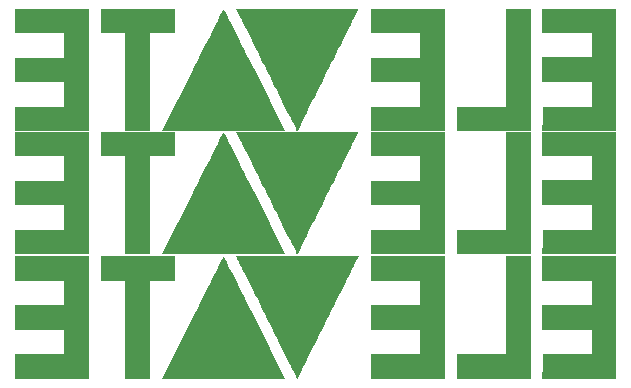
<source format=gbr>
%TF.GenerationSoftware,KiCad,Pcbnew,(7.0.0)*%
%TF.CreationDate,2023-03-07T20:41:21-05:00*%
%TF.ProjectId,Power Distribution Board,506f7765-7220-4446-9973-747269627574,rev?*%
%TF.SameCoordinates,Original*%
%TF.FileFunction,Legend,Bot*%
%TF.FilePolarity,Positive*%
%FSLAX46Y46*%
G04 Gerber Fmt 4.6, Leading zero omitted, Abs format (unit mm)*
G04 Created by KiCad (PCBNEW (7.0.0)) date 2023-03-07 20:41:21*
%MOMM*%
%LPD*%
G01*
G04 APERTURE LIST*
G04 APERTURE END LIST*
%TO.C,G\u002A\u002A\u002A*%
G36*
X165667135Y-84254234D02*
G01*
X165667135Y-89442424D01*
X162544386Y-89442424D01*
X159421637Y-89442424D01*
X159421637Y-88397409D01*
X159421637Y-87352395D01*
X161487077Y-87352395D01*
X163552518Y-87352395D01*
X163552518Y-83209220D01*
X163552518Y-79066045D01*
X164609826Y-79066045D01*
X165667135Y-79066045D01*
X165667135Y-84254234D01*
G37*
G36*
X135546128Y-80111059D02*
G01*
X135546128Y-81156074D01*
X134501114Y-81156074D01*
X133456099Y-81156074D01*
X133456099Y-85299249D01*
X133456099Y-89442424D01*
X132411085Y-89442424D01*
X131366070Y-89442424D01*
X131366070Y-85299249D01*
X131366070Y-81156074D01*
X130333350Y-81156074D01*
X129300630Y-81156074D01*
X129300630Y-80111059D01*
X129300630Y-79066045D01*
X132423379Y-79066045D01*
X135546128Y-79066045D01*
X135546128Y-80111059D01*
G37*
G36*
X172920765Y-84254234D02*
G01*
X172920765Y-89442424D01*
X169797749Y-89442424D01*
X166674733Y-89442424D01*
X166681147Y-88403557D01*
X166687561Y-87364689D01*
X168759149Y-87358402D01*
X170830736Y-87352116D01*
X170830736Y-86331829D01*
X170830736Y-85311543D01*
X168753002Y-85311543D01*
X166675267Y-85311543D01*
X166675267Y-84254234D01*
X166675267Y-83196925D01*
X168753002Y-83196925D01*
X170830736Y-83196925D01*
X170830736Y-82176499D01*
X170830736Y-81156074D01*
X168753002Y-81156074D01*
X166675267Y-81156074D01*
X166675267Y-80111059D01*
X166675267Y-79066045D01*
X169798016Y-79066045D01*
X172920765Y-79066045D01*
X172920765Y-84254234D01*
G37*
G36*
X158388916Y-84254234D02*
G01*
X158388916Y-89442424D01*
X155265900Y-89442424D01*
X152142884Y-89442424D01*
X152149298Y-88403557D01*
X152155712Y-87364689D01*
X154227300Y-87358402D01*
X156298887Y-87352116D01*
X156298887Y-86319535D01*
X156298887Y-85286954D01*
X154221153Y-85286954D01*
X152143418Y-85286954D01*
X152143418Y-84254234D01*
X152143418Y-83221514D01*
X154221153Y-83221514D01*
X156298887Y-83221514D01*
X156298887Y-82188794D01*
X156298887Y-81156074D01*
X154221153Y-81156074D01*
X152143418Y-81156074D01*
X152143418Y-80111059D01*
X152143418Y-79066045D01*
X155266167Y-79066045D01*
X158388916Y-79066045D01*
X158388916Y-84254234D01*
G37*
G36*
X128267910Y-84254234D02*
G01*
X128267910Y-89442424D01*
X125144893Y-89442424D01*
X122021877Y-89442424D01*
X122028291Y-88403557D01*
X122034705Y-87364689D01*
X124106294Y-87364689D01*
X126177883Y-87364689D01*
X126177882Y-86325822D01*
X126177881Y-85286954D01*
X124100146Y-85286954D01*
X122022411Y-85286954D01*
X122022411Y-84254234D01*
X122022411Y-83221514D01*
X124100146Y-83221514D01*
X126177881Y-83221514D01*
X126177881Y-82188794D01*
X126177881Y-81156074D01*
X124100146Y-81156074D01*
X122022411Y-81156074D01*
X122022411Y-80111059D01*
X122022411Y-79066045D01*
X125145160Y-79066045D01*
X128267910Y-79066045D01*
X128267910Y-84254234D01*
G37*
G36*
X139711539Y-79108386D02*
G01*
X139740947Y-79166297D01*
X139790632Y-79264730D01*
X139859622Y-79401745D01*
X139946943Y-79575403D01*
X140051622Y-79783765D01*
X140172688Y-80024890D01*
X140309166Y-80296840D01*
X140460084Y-80597675D01*
X140624470Y-80925454D01*
X140801350Y-81278239D01*
X140989751Y-81654091D01*
X141188702Y-82051069D01*
X141397228Y-82467233D01*
X141614357Y-82900645D01*
X141839117Y-83349365D01*
X142070535Y-83811453D01*
X142307637Y-84284970D01*
X144889896Y-89442424D01*
X139689346Y-89442424D01*
X134488796Y-89442424D01*
X137085009Y-84250044D01*
X137202199Y-84015699D01*
X137502815Y-83414871D01*
X137782184Y-82857006D01*
X138040719Y-82341291D01*
X138278831Y-81866915D01*
X138496932Y-81433067D01*
X138695435Y-81038934D01*
X138874752Y-80683705D01*
X139035293Y-80366569D01*
X139177472Y-80086713D01*
X139301701Y-79843327D01*
X139408392Y-79635599D01*
X139497955Y-79462717D01*
X139570805Y-79323869D01*
X139627352Y-79218244D01*
X139668009Y-79145030D01*
X139693187Y-79103416D01*
X139703300Y-79092590D01*
X139711539Y-79108386D01*
G37*
G36*
X146363127Y-79066093D02*
G01*
X146853043Y-79066264D01*
X147327776Y-79066551D01*
X147785059Y-79066950D01*
X148222627Y-79067454D01*
X148638213Y-79068057D01*
X149029551Y-79068754D01*
X149394374Y-79069538D01*
X149730417Y-79070403D01*
X150035412Y-79071345D01*
X150307095Y-79072356D01*
X150543197Y-79073431D01*
X150741454Y-79074564D01*
X150899599Y-79075749D01*
X151015365Y-79076980D01*
X151086487Y-79078251D01*
X151110698Y-79079557D01*
X151108821Y-79083961D01*
X151089209Y-79124664D01*
X151049217Y-79206008D01*
X150990019Y-79325643D01*
X150912789Y-79481222D01*
X150818704Y-79670398D01*
X150708938Y-79890820D01*
X150584667Y-80140143D01*
X150447064Y-80416018D01*
X150297306Y-80716097D01*
X150136568Y-81038031D01*
X149966024Y-81379474D01*
X149786849Y-81738076D01*
X149600220Y-82111491D01*
X149407309Y-82497369D01*
X149209294Y-82893364D01*
X149007348Y-83297126D01*
X148802648Y-83706309D01*
X148596367Y-84118564D01*
X148389681Y-84531543D01*
X148183765Y-84942898D01*
X147979794Y-85350281D01*
X147778943Y-85751344D01*
X147582388Y-86143739D01*
X147391303Y-86525119D01*
X147206863Y-86893135D01*
X147030243Y-87245439D01*
X146862619Y-87579683D01*
X146705165Y-87893520D01*
X146559057Y-88184600D01*
X146425470Y-88450577D01*
X146305578Y-88689103D01*
X146200557Y-88897828D01*
X146111582Y-89074406D01*
X146039827Y-89216489D01*
X145986469Y-89321728D01*
X145952681Y-89387775D01*
X145939639Y-89412282D01*
X145927003Y-89426848D01*
X145909889Y-89436871D01*
X145906558Y-89430792D01*
X145883986Y-89386794D01*
X145841223Y-89302345D01*
X145779442Y-89179792D01*
X145699815Y-89021479D01*
X145603515Y-88829751D01*
X145491713Y-88606953D01*
X145365583Y-88355431D01*
X145226297Y-88077529D01*
X145075028Y-87775593D01*
X144912947Y-87451967D01*
X144741227Y-87108998D01*
X144561041Y-86749029D01*
X144373560Y-86374406D01*
X144179959Y-85987474D01*
X143981408Y-85590579D01*
X143779081Y-85186064D01*
X143574149Y-84776276D01*
X143367786Y-84363560D01*
X143161163Y-83950260D01*
X142955453Y-83538721D01*
X142751829Y-83131289D01*
X142551463Y-82730309D01*
X142355527Y-82338126D01*
X142165195Y-81957085D01*
X141981637Y-81589531D01*
X141806027Y-81237809D01*
X141639537Y-80904264D01*
X141483340Y-80591242D01*
X141338608Y-80301087D01*
X141206513Y-80036144D01*
X141088229Y-79798760D01*
X140984926Y-79591278D01*
X140897778Y-79416043D01*
X140827958Y-79275402D01*
X140776637Y-79171698D01*
X140744988Y-79107278D01*
X140734184Y-79084486D01*
X140752871Y-79082920D01*
X140818379Y-79081178D01*
X140928809Y-79079491D01*
X141081895Y-79077866D01*
X141275371Y-79076310D01*
X141506969Y-79074833D01*
X141774425Y-79073442D01*
X142075471Y-79072145D01*
X142407841Y-79070951D01*
X142769268Y-79069867D01*
X143157487Y-79068901D01*
X143570232Y-79068062D01*
X144005235Y-79067357D01*
X144460230Y-79066795D01*
X144932952Y-79066383D01*
X145421133Y-79066131D01*
X145922508Y-79066045D01*
X146363127Y-79066093D01*
G37*
G36*
X165667135Y-73713234D02*
G01*
X165667135Y-78901424D01*
X162544386Y-78901424D01*
X159421637Y-78901424D01*
X159421637Y-77856409D01*
X159421637Y-76811395D01*
X161487077Y-76811395D01*
X163552518Y-76811395D01*
X163552518Y-72668220D01*
X163552518Y-68525045D01*
X164609826Y-68525045D01*
X165667135Y-68525045D01*
X165667135Y-73713234D01*
G37*
G36*
X135546128Y-69570059D02*
G01*
X135546128Y-70615074D01*
X134501114Y-70615074D01*
X133456099Y-70615074D01*
X133456099Y-74758249D01*
X133456099Y-78901424D01*
X132411085Y-78901424D01*
X131366070Y-78901424D01*
X131366070Y-74758249D01*
X131366070Y-70615074D01*
X130333350Y-70615074D01*
X129300630Y-70615074D01*
X129300630Y-69570059D01*
X129300630Y-68525045D01*
X132423379Y-68525045D01*
X135546128Y-68525045D01*
X135546128Y-69570059D01*
G37*
G36*
X172920765Y-73713234D02*
G01*
X172920765Y-78901424D01*
X169797749Y-78901424D01*
X166674733Y-78901424D01*
X166681147Y-77862557D01*
X166687561Y-76823689D01*
X168759149Y-76817402D01*
X170830736Y-76811116D01*
X170830736Y-75790829D01*
X170830736Y-74770543D01*
X168753002Y-74770543D01*
X166675267Y-74770543D01*
X166675267Y-73713234D01*
X166675267Y-72655925D01*
X168753002Y-72655925D01*
X170830736Y-72655925D01*
X170830736Y-71635499D01*
X170830736Y-70615074D01*
X168753002Y-70615074D01*
X166675267Y-70615074D01*
X166675267Y-69570059D01*
X166675267Y-68525045D01*
X169798016Y-68525045D01*
X172920765Y-68525045D01*
X172920765Y-73713234D01*
G37*
G36*
X158388916Y-73713234D02*
G01*
X158388916Y-78901424D01*
X155265900Y-78901424D01*
X152142884Y-78901424D01*
X152149298Y-77862557D01*
X152155712Y-76823689D01*
X154227300Y-76817402D01*
X156298887Y-76811116D01*
X156298887Y-75778535D01*
X156298887Y-74745954D01*
X154221153Y-74745954D01*
X152143418Y-74745954D01*
X152143418Y-73713234D01*
X152143418Y-72680514D01*
X154221153Y-72680514D01*
X156298887Y-72680514D01*
X156298887Y-71647794D01*
X156298887Y-70615074D01*
X154221153Y-70615074D01*
X152143418Y-70615074D01*
X152143418Y-69570059D01*
X152143418Y-68525045D01*
X155266167Y-68525045D01*
X158388916Y-68525045D01*
X158388916Y-73713234D01*
G37*
G36*
X128267910Y-73713234D02*
G01*
X128267910Y-78901424D01*
X125144893Y-78901424D01*
X122021877Y-78901424D01*
X122028291Y-77862557D01*
X122034705Y-76823689D01*
X124106294Y-76823689D01*
X126177883Y-76823689D01*
X126177882Y-75784822D01*
X126177881Y-74745954D01*
X124100146Y-74745954D01*
X122022411Y-74745954D01*
X122022411Y-73713234D01*
X122022411Y-72680514D01*
X124100146Y-72680514D01*
X126177881Y-72680514D01*
X126177881Y-71647794D01*
X126177881Y-70615074D01*
X124100146Y-70615074D01*
X122022411Y-70615074D01*
X122022411Y-69570059D01*
X122022411Y-68525045D01*
X125145160Y-68525045D01*
X128267910Y-68525045D01*
X128267910Y-73713234D01*
G37*
G36*
X139711539Y-68567386D02*
G01*
X139740947Y-68625297D01*
X139790632Y-68723730D01*
X139859622Y-68860745D01*
X139946943Y-69034403D01*
X140051622Y-69242765D01*
X140172688Y-69483890D01*
X140309166Y-69755840D01*
X140460084Y-70056675D01*
X140624470Y-70384454D01*
X140801350Y-70737239D01*
X140989751Y-71113091D01*
X141188702Y-71510069D01*
X141397228Y-71926233D01*
X141614357Y-72359645D01*
X141839117Y-72808365D01*
X142070535Y-73270453D01*
X142307637Y-73743970D01*
X144889896Y-78901424D01*
X139689346Y-78901424D01*
X134488796Y-78901424D01*
X137085009Y-73709044D01*
X137202199Y-73474699D01*
X137502815Y-72873871D01*
X137782184Y-72316006D01*
X138040719Y-71800291D01*
X138278831Y-71325915D01*
X138496932Y-70892067D01*
X138695435Y-70497934D01*
X138874752Y-70142705D01*
X139035293Y-69825569D01*
X139177472Y-69545713D01*
X139301701Y-69302327D01*
X139408392Y-69094599D01*
X139497955Y-68921717D01*
X139570805Y-68782869D01*
X139627352Y-68677244D01*
X139668009Y-68604030D01*
X139693187Y-68562416D01*
X139703300Y-68551590D01*
X139711539Y-68567386D01*
G37*
G36*
X146363127Y-68525093D02*
G01*
X146853043Y-68525264D01*
X147327776Y-68525551D01*
X147785059Y-68525950D01*
X148222627Y-68526454D01*
X148638213Y-68527057D01*
X149029551Y-68527754D01*
X149394374Y-68528538D01*
X149730417Y-68529403D01*
X150035412Y-68530345D01*
X150307095Y-68531356D01*
X150543197Y-68532431D01*
X150741454Y-68533564D01*
X150899599Y-68534749D01*
X151015365Y-68535980D01*
X151086487Y-68537251D01*
X151110698Y-68538557D01*
X151108821Y-68542961D01*
X151089209Y-68583664D01*
X151049217Y-68665008D01*
X150990019Y-68784643D01*
X150912789Y-68940222D01*
X150818704Y-69129398D01*
X150708938Y-69349820D01*
X150584667Y-69599143D01*
X150447064Y-69875018D01*
X150297306Y-70175097D01*
X150136568Y-70497031D01*
X149966024Y-70838474D01*
X149786849Y-71197076D01*
X149600220Y-71570491D01*
X149407309Y-71956369D01*
X149209294Y-72352364D01*
X149007348Y-72756126D01*
X148802648Y-73165309D01*
X148596367Y-73577564D01*
X148389681Y-73990543D01*
X148183765Y-74401898D01*
X147979794Y-74809281D01*
X147778943Y-75210344D01*
X147582388Y-75602739D01*
X147391303Y-75984119D01*
X147206863Y-76352135D01*
X147030243Y-76704439D01*
X146862619Y-77038683D01*
X146705165Y-77352520D01*
X146559057Y-77643600D01*
X146425470Y-77909577D01*
X146305578Y-78148103D01*
X146200557Y-78356828D01*
X146111582Y-78533406D01*
X146039827Y-78675489D01*
X145986469Y-78780728D01*
X145952681Y-78846775D01*
X145939639Y-78871282D01*
X145927003Y-78885848D01*
X145909889Y-78895871D01*
X145906558Y-78889792D01*
X145883986Y-78845794D01*
X145841223Y-78761345D01*
X145779442Y-78638792D01*
X145699815Y-78480479D01*
X145603515Y-78288751D01*
X145491713Y-78065953D01*
X145365583Y-77814431D01*
X145226297Y-77536529D01*
X145075028Y-77234593D01*
X144912947Y-76910967D01*
X144741227Y-76567998D01*
X144561041Y-76208029D01*
X144373560Y-75833406D01*
X144179959Y-75446474D01*
X143981408Y-75049579D01*
X143779081Y-74645064D01*
X143574149Y-74235276D01*
X143367786Y-73822560D01*
X143161163Y-73409260D01*
X142955453Y-72997721D01*
X142751829Y-72590289D01*
X142551463Y-72189309D01*
X142355527Y-71797126D01*
X142165195Y-71416085D01*
X141981637Y-71048531D01*
X141806027Y-70696809D01*
X141639537Y-70363264D01*
X141483340Y-70050242D01*
X141338608Y-69760087D01*
X141206513Y-69495144D01*
X141088229Y-69257760D01*
X140984926Y-69050278D01*
X140897778Y-68875043D01*
X140827958Y-68734402D01*
X140776637Y-68630698D01*
X140744988Y-68566278D01*
X140734184Y-68543486D01*
X140752871Y-68541920D01*
X140818379Y-68540178D01*
X140928809Y-68538491D01*
X141081895Y-68536866D01*
X141275371Y-68535310D01*
X141506969Y-68533833D01*
X141774425Y-68532442D01*
X142075471Y-68531145D01*
X142407841Y-68529951D01*
X142769268Y-68528867D01*
X143157487Y-68527901D01*
X143570232Y-68527062D01*
X144005235Y-68526357D01*
X144460230Y-68525795D01*
X144932952Y-68525383D01*
X145421133Y-68525131D01*
X145922508Y-68525045D01*
X146363127Y-68525093D01*
G37*
G36*
X172920765Y-63299234D02*
G01*
X172920765Y-68487424D01*
X169797749Y-68487424D01*
X166674733Y-68487424D01*
X166681147Y-67448557D01*
X166687561Y-66409689D01*
X168759149Y-66403402D01*
X170830736Y-66397116D01*
X170830736Y-65376829D01*
X170830736Y-64356543D01*
X168753002Y-64356543D01*
X166675267Y-64356543D01*
X166675267Y-63299234D01*
X166675267Y-62241925D01*
X168753002Y-62241925D01*
X170830736Y-62241925D01*
X170830736Y-61221499D01*
X170830736Y-60201074D01*
X168753002Y-60201074D01*
X166675267Y-60201074D01*
X166675267Y-59156059D01*
X166675267Y-58111045D01*
X169798016Y-58111045D01*
X172920765Y-58111045D01*
X172920765Y-63299234D01*
G37*
G36*
X165667135Y-63299234D02*
G01*
X165667135Y-68487424D01*
X162544386Y-68487424D01*
X159421637Y-68487424D01*
X159421637Y-67442409D01*
X159421637Y-66397395D01*
X161487077Y-66397395D01*
X163552518Y-66397395D01*
X163552518Y-62254220D01*
X163552518Y-58111045D01*
X164609826Y-58111045D01*
X165667135Y-58111045D01*
X165667135Y-63299234D01*
G37*
G36*
X158388916Y-63299234D02*
G01*
X158388916Y-68487424D01*
X155265900Y-68487424D01*
X152142884Y-68487424D01*
X152149298Y-67448557D01*
X152155712Y-66409689D01*
X154227300Y-66403402D01*
X156298887Y-66397116D01*
X156298887Y-65364535D01*
X156298887Y-64331954D01*
X154221153Y-64331954D01*
X152143418Y-64331954D01*
X152143418Y-63299234D01*
X152143418Y-62266514D01*
X154221153Y-62266514D01*
X156298887Y-62266514D01*
X156298887Y-61233794D01*
X156298887Y-60201074D01*
X154221153Y-60201074D01*
X152143418Y-60201074D01*
X152143418Y-59156059D01*
X152143418Y-58111045D01*
X155266167Y-58111045D01*
X158388916Y-58111045D01*
X158388916Y-63299234D01*
G37*
G36*
X146363127Y-58111093D02*
G01*
X146853043Y-58111264D01*
X147327776Y-58111551D01*
X147785059Y-58111950D01*
X148222627Y-58112454D01*
X148638213Y-58113057D01*
X149029551Y-58113754D01*
X149394374Y-58114538D01*
X149730417Y-58115403D01*
X150035412Y-58116345D01*
X150307095Y-58117356D01*
X150543197Y-58118431D01*
X150741454Y-58119564D01*
X150899599Y-58120749D01*
X151015365Y-58121980D01*
X151086487Y-58123251D01*
X151110698Y-58124557D01*
X151108821Y-58128961D01*
X151089209Y-58169664D01*
X151049217Y-58251008D01*
X150990019Y-58370643D01*
X150912789Y-58526222D01*
X150818704Y-58715398D01*
X150708938Y-58935820D01*
X150584667Y-59185143D01*
X150447064Y-59461018D01*
X150297306Y-59761097D01*
X150136568Y-60083031D01*
X149966024Y-60424474D01*
X149786849Y-60783076D01*
X149600220Y-61156491D01*
X149407309Y-61542369D01*
X149209294Y-61938364D01*
X149007348Y-62342126D01*
X148802648Y-62751309D01*
X148596367Y-63163564D01*
X148389681Y-63576543D01*
X148183765Y-63987898D01*
X147979794Y-64395281D01*
X147778943Y-64796344D01*
X147582388Y-65188739D01*
X147391303Y-65570119D01*
X147206863Y-65938135D01*
X147030243Y-66290439D01*
X146862619Y-66624683D01*
X146705165Y-66938520D01*
X146559057Y-67229600D01*
X146425470Y-67495577D01*
X146305578Y-67734103D01*
X146200557Y-67942828D01*
X146111582Y-68119406D01*
X146039827Y-68261489D01*
X145986469Y-68366728D01*
X145952681Y-68432775D01*
X145939639Y-68457282D01*
X145927003Y-68471848D01*
X145909889Y-68481871D01*
X145906558Y-68475792D01*
X145883986Y-68431794D01*
X145841223Y-68347345D01*
X145779442Y-68224792D01*
X145699815Y-68066479D01*
X145603515Y-67874751D01*
X145491713Y-67651953D01*
X145365583Y-67400431D01*
X145226297Y-67122529D01*
X145075028Y-66820593D01*
X144912947Y-66496967D01*
X144741227Y-66153998D01*
X144561041Y-65794029D01*
X144373560Y-65419406D01*
X144179959Y-65032474D01*
X143981408Y-64635579D01*
X143779081Y-64231064D01*
X143574149Y-63821276D01*
X143367786Y-63408560D01*
X143161163Y-62995260D01*
X142955453Y-62583721D01*
X142751829Y-62176289D01*
X142551463Y-61775309D01*
X142355527Y-61383126D01*
X142165195Y-61002085D01*
X141981637Y-60634531D01*
X141806027Y-60282809D01*
X141639537Y-59949264D01*
X141483340Y-59636242D01*
X141338608Y-59346087D01*
X141206513Y-59081144D01*
X141088229Y-58843760D01*
X140984926Y-58636278D01*
X140897778Y-58461043D01*
X140827958Y-58320402D01*
X140776637Y-58216698D01*
X140744988Y-58152278D01*
X140734184Y-58129486D01*
X140752871Y-58127920D01*
X140818379Y-58126178D01*
X140928809Y-58124491D01*
X141081895Y-58122866D01*
X141275371Y-58121310D01*
X141506969Y-58119833D01*
X141774425Y-58118442D01*
X142075471Y-58117145D01*
X142407841Y-58115951D01*
X142769268Y-58114867D01*
X143157487Y-58113901D01*
X143570232Y-58113062D01*
X144005235Y-58112357D01*
X144460230Y-58111795D01*
X144932952Y-58111383D01*
X145421133Y-58111131D01*
X145922508Y-58111045D01*
X146363127Y-58111093D01*
G37*
G36*
X139711539Y-58153386D02*
G01*
X139740947Y-58211297D01*
X139790632Y-58309730D01*
X139859622Y-58446745D01*
X139946943Y-58620403D01*
X140051622Y-58828765D01*
X140172688Y-59069890D01*
X140309166Y-59341840D01*
X140460084Y-59642675D01*
X140624470Y-59970454D01*
X140801350Y-60323239D01*
X140989751Y-60699091D01*
X141188702Y-61096069D01*
X141397228Y-61512233D01*
X141614357Y-61945645D01*
X141839117Y-62394365D01*
X142070535Y-62856453D01*
X142307637Y-63329970D01*
X144889896Y-68487424D01*
X139689346Y-68487424D01*
X134488796Y-68487424D01*
X137085009Y-63295044D01*
X137202199Y-63060699D01*
X137502815Y-62459871D01*
X137782184Y-61902006D01*
X138040719Y-61386291D01*
X138278831Y-60911915D01*
X138496932Y-60478067D01*
X138695435Y-60083934D01*
X138874752Y-59728705D01*
X139035293Y-59411569D01*
X139177472Y-59131713D01*
X139301701Y-58888327D01*
X139408392Y-58680599D01*
X139497955Y-58507717D01*
X139570805Y-58368869D01*
X139627352Y-58263244D01*
X139668009Y-58190030D01*
X139693187Y-58148416D01*
X139703300Y-58137590D01*
X139711539Y-58153386D01*
G37*
G36*
X135546128Y-59156059D02*
G01*
X135546128Y-60201074D01*
X134501114Y-60201074D01*
X133456099Y-60201074D01*
X133456099Y-64344249D01*
X133456099Y-68487424D01*
X132411085Y-68487424D01*
X131366070Y-68487424D01*
X131366070Y-64344249D01*
X131366070Y-60201074D01*
X130333350Y-60201074D01*
X129300630Y-60201074D01*
X129300630Y-59156059D01*
X129300630Y-58111045D01*
X132423379Y-58111045D01*
X135546128Y-58111045D01*
X135546128Y-59156059D01*
G37*
G36*
X128267910Y-63299234D02*
G01*
X128267910Y-68487424D01*
X125144893Y-68487424D01*
X122021877Y-68487424D01*
X122028291Y-67448557D01*
X122034705Y-66409689D01*
X124106294Y-66409689D01*
X126177883Y-66409689D01*
X126177882Y-65370822D01*
X126177881Y-64331954D01*
X124100146Y-64331954D01*
X122022411Y-64331954D01*
X122022411Y-63299234D01*
X122022411Y-62266514D01*
X124100146Y-62266514D01*
X126177881Y-62266514D01*
X126177881Y-61233794D01*
X126177881Y-60201074D01*
X124100146Y-60201074D01*
X122022411Y-60201074D01*
X122022411Y-59156059D01*
X122022411Y-58111045D01*
X125145160Y-58111045D01*
X128267910Y-58111045D01*
X128267910Y-63299234D01*
G37*
%TD*%
M02*

</source>
